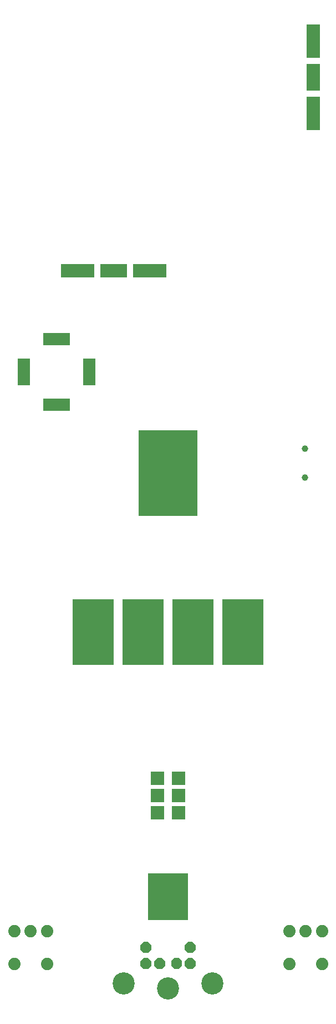
<source format=gbr>
%FSLAX34Y34*%
%MOMM*%
%LNSOLDERMASK_BOTTOM*%
G71*
G01*
%ADD10R, 2.080X4.080*%
%ADD11R, 2.080X5.080*%
%ADD12R, 4.080X2.080*%
%ADD13R, 5.080X2.080*%
%ADD14R, 6.280X10.080*%
%ADD15R, 9.080X13.080*%
%ADD16C, 0.980*%
%ADD17C, 3.380*%
%ADD18R, 2.080X2.080*%
%ADD19R, 4.080X1.880*%
%ADD20R, 1.880X4.080*%
%ADD21R, 6.080X7.080*%
%ADD22C, 1.880*%
%LPD*%
X482000Y-87000D02*
G54D10*
D03*
X482000Y-142000D02*
G54D11*
D03*
X482000Y-32000D02*
G54D11*
D03*
X177000Y-382000D02*
G54D12*
D03*
X232000Y-382000D02*
G54D13*
D03*
X122000Y-382000D02*
G54D13*
D03*
X374300Y-932300D02*
G54D14*
D03*
X298100Y-932300D02*
G54D14*
D03*
X221900Y-932300D02*
G54D14*
D03*
X145700Y-932300D02*
G54D14*
D03*
X260000Y-690000D02*
G54D15*
D03*
X244000Y-1207000D02*
G54D16*
D03*
X276000Y-1207000D02*
G54D16*
D03*
X244000Y-1181000D02*
G54D16*
D03*
X276000Y-1181000D02*
G54D16*
D03*
X244000Y-1155000D02*
G54D16*
D03*
X276000Y-1155000D02*
G54D16*
D03*
G36*
X297486Y-1403600D02*
X302400Y-1408514D01*
X302400Y-1415486D01*
X297486Y-1420400D01*
X290514Y-1420400D01*
X285600Y-1415486D01*
X285600Y-1408514D01*
X290514Y-1403600D01*
X297486Y-1403600D01*
G37*
G36*
X297486Y-1428600D02*
X302400Y-1433514D01*
X302400Y-1440486D01*
X297486Y-1445400D01*
X290514Y-1445400D01*
X285600Y-1440486D01*
X285600Y-1433514D01*
X290514Y-1428600D01*
X297486Y-1428600D01*
G37*
G36*
X229486Y-1428600D02*
X234400Y-1433514D01*
X234400Y-1440486D01*
X229486Y-1445400D01*
X222514Y-1445400D01*
X217600Y-1440486D01*
X217600Y-1433514D01*
X222514Y-1428600D01*
X229486Y-1428600D01*
G37*
G36*
X229486Y-1403600D02*
X234400Y-1408514D01*
X234400Y-1415486D01*
X229486Y-1420400D01*
X222514Y-1420400D01*
X217600Y-1415486D01*
X217600Y-1408514D01*
X222514Y-1403600D01*
X229486Y-1403600D01*
G37*
G36*
X250486Y-1428600D02*
X255400Y-1433514D01*
X255400Y-1440486D01*
X250486Y-1445400D01*
X243514Y-1445400D01*
X238600Y-1440486D01*
X238600Y-1433514D01*
X243514Y-1428600D01*
X250486Y-1428600D01*
G37*
G36*
X276486Y-1428600D02*
X281400Y-1433514D01*
X281400Y-1440486D01*
X276486Y-1445400D01*
X269514Y-1445400D01*
X264600Y-1440486D01*
X264600Y-1433514D01*
X269514Y-1428600D01*
X276486Y-1428600D01*
G37*
X260000Y-1475000D02*
G54D17*
D03*
X328000Y-1467000D02*
G54D17*
D03*
X192000Y-1467000D02*
G54D17*
D03*
X244000Y-1207000D02*
G54D18*
D03*
X276000Y-1207000D02*
G54D18*
D03*
X244000Y-1181000D02*
G54D18*
D03*
X276000Y-1181000D02*
G54D18*
D03*
X244000Y-1155000D02*
G54D18*
D03*
X276000Y-1155000D02*
G54D18*
D03*
X468636Y-696999D02*
G54D16*
D03*
X468636Y-652999D02*
G54D16*
D03*
X90000Y-486000D02*
G54D19*
D03*
X90000Y-586000D02*
G54D19*
D03*
X140000Y-536000D02*
G54D20*
D03*
X40000Y-536000D02*
G54D20*
D03*
X260000Y-1335000D02*
G54D21*
D03*
X25000Y-1437500D02*
G54D22*
D03*
X75000Y-1437500D02*
G54D22*
D03*
X50000Y-1387500D02*
G54D22*
D03*
X25000Y-1387500D02*
G54D22*
D03*
X75000Y-1387500D02*
G54D22*
D03*
X495000Y-1437500D02*
G54D22*
D03*
X445000Y-1437500D02*
G54D22*
D03*
X470000Y-1387500D02*
G54D22*
D03*
X495000Y-1387500D02*
G54D22*
D03*
X445000Y-1387500D02*
G54D22*
D03*
M02*

</source>
